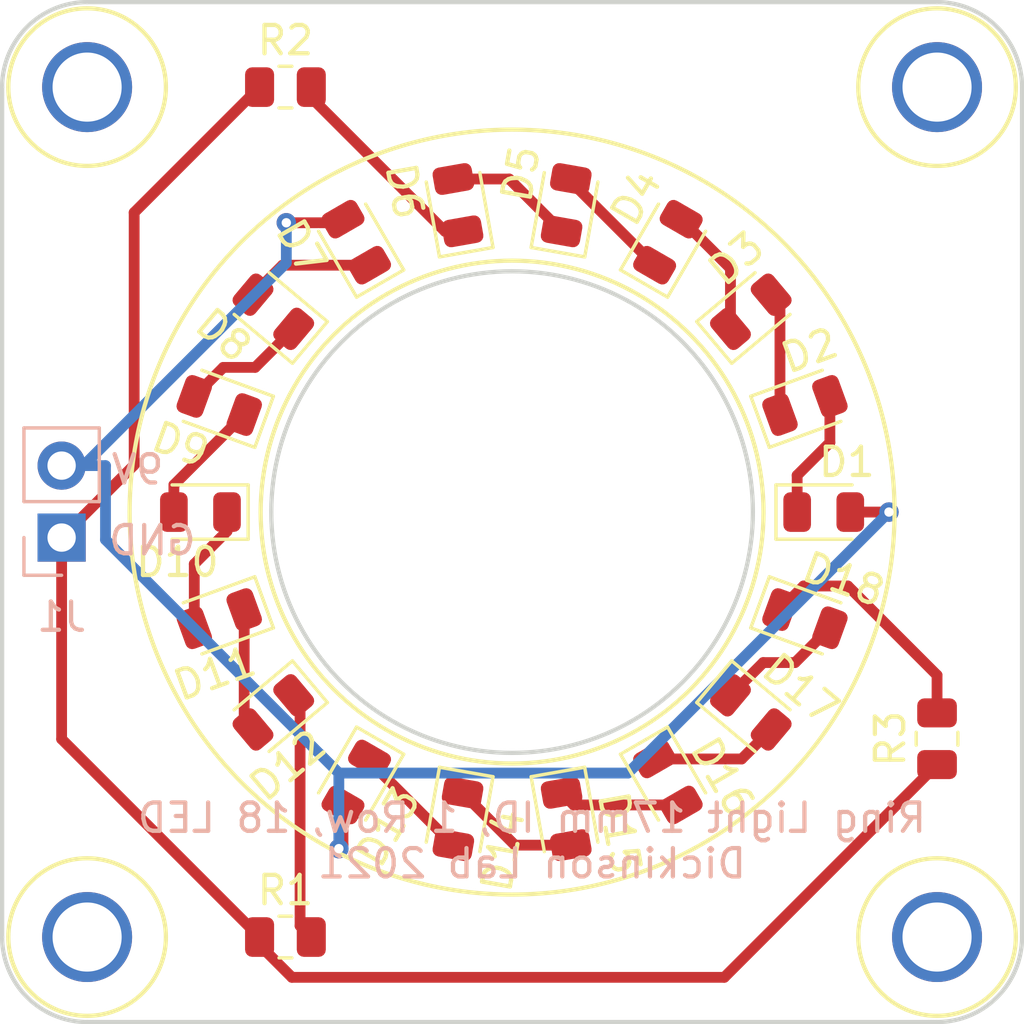
<source format=kicad_pcb>
(kicad_pcb (version 20171130) (host pcbnew 5.1.9-73d0e3b20d~88~ubuntu20.10.1)

  (general
    (thickness 1.6)
    (drawings 18)
    (tracks 71)
    (zones 0)
    (modules 26)
    (nets 21)
  )

  (page A4)
  (layers
    (0 F.Cu signal)
    (31 B.Cu signal)
    (32 B.Adhes user)
    (33 F.Adhes user)
    (34 B.Paste user)
    (35 F.Paste user)
    (36 B.SilkS user)
    (37 F.SilkS user)
    (38 B.Mask user)
    (39 F.Mask user)
    (40 Dwgs.User user)
    (41 Cmts.User user)
    (42 Eco1.User user)
    (43 Eco2.User user)
    (44 Edge.Cuts user)
    (45 Margin user)
    (46 B.CrtYd user)
    (47 F.CrtYd user)
    (48 B.Fab user)
    (49 F.Fab user)
  )

  (setup
    (last_trace_width 0.381)
    (trace_clearance 0.508)
    (zone_clearance 0.508)
    (zone_45_only no)
    (trace_min 0.1524)
    (via_size 0.6858)
    (via_drill 0.3302)
    (via_min_size 0.6858)
    (via_min_drill 0.3302)
    (uvia_size 0.6858)
    (uvia_drill 0.3302)
    (uvias_allowed no)
    (uvia_min_size 0)
    (uvia_min_drill 0)
    (edge_width 0.15)
    (segment_width 0.2)
    (pcb_text_width 0.3)
    (pcb_text_size 1.5 1.5)
    (mod_edge_width 0.15)
    (mod_text_size 1 1)
    (mod_text_width 0.15)
    (pad_size 1.524 1.524)
    (pad_drill 0.762)
    (pad_to_mask_clearance 0.2)
    (solder_mask_min_width 0.25)
    (aux_axis_origin 0 0)
    (visible_elements FFFFFF7F)
    (pcbplotparams
      (layerselection 0x010fc_ffffffff)
      (usegerberextensions false)
      (usegerberattributes false)
      (usegerberadvancedattributes false)
      (creategerberjobfile false)
      (excludeedgelayer true)
      (linewidth 0.100000)
      (plotframeref false)
      (viasonmask false)
      (mode 1)
      (useauxorigin false)
      (hpglpennumber 1)
      (hpglpenspeed 20)
      (hpglpendiameter 15.000000)
      (psnegative false)
      (psa4output false)
      (plotreference true)
      (plotvalue true)
      (plotinvisibletext false)
      (padsonsilk false)
      (subtractmaskfromsilk false)
      (outputformat 1)
      (mirror false)
      (drillshape 0)
      (scaleselection 1)
      (outputdirectory "gerber_v0p1/"))
  )

  (net 0 "")
  (net 1 "Net-(D1-Pad1)")
  (net 2 "Net-(D1-Pad2)")
  (net 3 "Net-(D2-Pad1)")
  (net 4 "Net-(D3-Pad1)")
  (net 5 "Net-(D4-Pad1)")
  (net 6 "Net-(D5-Pad1)")
  (net 7 "Net-(D6-Pad1)")
  (net 8 "Net-(D7-Pad1)")
  (net 9 "Net-(D8-Pad1)")
  (net 10 "Net-(D10-Pad2)")
  (net 11 "Net-(D10-Pad1)")
  (net 12 "Net-(D11-Pad1)")
  (net 13 "Net-(D12-Pad1)")
  (net 14 "Net-(D13-Pad1)")
  (net 15 "Net-(D14-Pad1)")
  (net 16 "Net-(D15-Pad1)")
  (net 17 "Net-(D16-Pad1)")
  (net 18 "Net-(D17-Pad1)")
  (net 19 "Net-(D18-Pad1)")
  (net 20 GND)

  (net_class Default "This is the default net class."
    (clearance 0.508)
    (trace_width 0.381)
    (via_dia 0.6858)
    (via_drill 0.3302)
    (uvia_dia 0.6858)
    (uvia_drill 0.3302)
    (add_net GND)
    (add_net "Net-(D1-Pad1)")
    (add_net "Net-(D1-Pad2)")
    (add_net "Net-(D10-Pad1)")
    (add_net "Net-(D10-Pad2)")
    (add_net "Net-(D11-Pad1)")
    (add_net "Net-(D12-Pad1)")
    (add_net "Net-(D13-Pad1)")
    (add_net "Net-(D14-Pad1)")
    (add_net "Net-(D15-Pad1)")
    (add_net "Net-(D16-Pad1)")
    (add_net "Net-(D17-Pad1)")
    (add_net "Net-(D18-Pad1)")
    (add_net "Net-(D2-Pad1)")
    (add_net "Net-(D3-Pad1)")
    (add_net "Net-(D4-Pad1)")
    (add_net "Net-(D5-Pad1)")
    (add_net "Net-(D6-Pad1)")
    (add_net "Net-(D7-Pad1)")
    (add_net "Net-(D8-Pad1)")
  )

  (module mount_hole_4-40:MOUNT_HOLE_4-40 (layer F.Cu) (tedit 5B1171D5) (tstamp 614184CE)
    (at 35.8 65.8)
    (fp_text reference M4 (at 0 2.54) (layer F.SilkS) hide
      (effects (font (size 1.016 1.016) (thickness 0.2032)))
    )
    (fp_text value MOUNT_HOLE_4-40 (at 0 -2.794) (layer F.Fab) hide
      (effects (font (size 1.016 1.016) (thickness 0.2032)))
    )
    (pad 1 thru_hole circle (at 0 0) (size 3.175 3.175) (drill 2.4384) (layers *.Cu *.Mask))
  )

  (module mount_hole_4-40:MOUNT_HOLE_4-40 (layer F.Cu) (tedit 5B1171D5) (tstamp 614184BD)
    (at 65.8 65.8)
    (fp_text reference M3 (at 0 2.54) (layer F.SilkS) hide
      (effects (font (size 1.016 1.016) (thickness 0.2032)))
    )
    (fp_text value MOUNT_HOLE_4-40 (at 0 -2.794) (layer F.Fab) hide
      (effects (font (size 1.016 1.016) (thickness 0.2032)))
    )
    (pad 1 thru_hole circle (at 0 0) (size 3.175 3.175) (drill 2.4384) (layers *.Cu *.Mask))
  )

  (module mount_hole_4-40:MOUNT_HOLE_4-40 (layer F.Cu) (tedit 5B1171D5) (tstamp 614184AC)
    (at 65.8 35.8)
    (fp_text reference M2 (at 0 2.54) (layer F.SilkS) hide
      (effects (font (size 1.016 1.016) (thickness 0.2032)))
    )
    (fp_text value MOUNT_HOLE_4-40 (at 0 -2.794) (layer F.Fab) hide
      (effects (font (size 1.016 1.016) (thickness 0.2032)))
    )
    (pad 1 thru_hole circle (at 0 0) (size 3.175 3.175) (drill 2.4384) (layers *.Cu *.Mask))
  )

  (module mount_hole_4-40:MOUNT_HOLE_4-40 (layer F.Cu) (tedit 5B1171D5) (tstamp 6141849B)
    (at 35.8 35.8)
    (fp_text reference M1 (at 0 2.54) (layer F.SilkS) hide
      (effects (font (size 1.016 1.016) (thickness 0.2032)))
    )
    (fp_text value MOUNT_HOLE_4-40 (at 0 -2.794) (layer F.Fab) hide
      (effects (font (size 1.016 1.016) (thickness 0.2032)))
    )
    (pad 1 thru_hole circle (at 0 0) (size 3.175 3.175) (drill 2.4384) (layers *.Cu *.Mask))
  )

  (module LED_SMD:LED_0805_2012Metric (layer F.Cu) (tedit 5F68FEF1) (tstamp 61417DA3)
    (at 61.8 50.8)
    (descr "LED SMD 0805 (2012 Metric), square (rectangular) end terminal, IPC_7351 nominal, (Body size source: https://docs.google.com/spreadsheets/d/1BsfQQcO9C6DZCsRaXUlFlo91Tg2WpOkGARC1WS5S8t0/edit?usp=sharing), generated with kicad-footprint-generator")
    (tags LED)
    (path /5B089FC0)
    (attr smd)
    (fp_text reference D1 (at 0.813675 -1.765566) (layer F.SilkS)
      (effects (font (size 1 1) (thickness 0.15)))
    )
    (fp_text value LED (at 0 1.65) (layer F.Fab) hide
      (effects (font (size 1 1) (thickness 0.15)))
    )
    (fp_line (start 1 -0.6) (end -0.7 -0.6) (layer F.Fab) (width 0.1))
    (fp_line (start -0.7 -0.6) (end -1 -0.3) (layer F.Fab) (width 0.1))
    (fp_line (start -1 -0.3) (end -1 0.6) (layer F.Fab) (width 0.1))
    (fp_line (start -1 0.6) (end 1 0.6) (layer F.Fab) (width 0.1))
    (fp_line (start 1 0.6) (end 1 -0.6) (layer F.Fab) (width 0.1))
    (fp_line (start 1 -0.96) (end -1.685 -0.96) (layer F.SilkS) (width 0.12))
    (fp_line (start -1.685 -0.96) (end -1.685 0.96) (layer F.SilkS) (width 0.12))
    (fp_line (start -1.685 0.96) (end 1 0.96) (layer F.SilkS) (width 0.12))
    (fp_line (start -1.68 0.95) (end -1.68 -0.95) (layer F.CrtYd) (width 0.05))
    (fp_line (start -1.68 -0.95) (end 1.68 -0.95) (layer F.CrtYd) (width 0.05))
    (fp_line (start 1.68 -0.95) (end 1.68 0.95) (layer F.CrtYd) (width 0.05))
    (fp_line (start 1.68 0.95) (end -1.68 0.95) (layer F.CrtYd) (width 0.05))
    (fp_text user %R (at 0 0) (layer F.Fab)
      (effects (font (size 0.5 0.5) (thickness 0.08)))
    )
    (pad 1 smd roundrect (at -0.9375 0) (size 0.975 1.4) (layers F.Cu F.Paste F.Mask) (roundrect_rratio 0.25)
      (net 1 "Net-(D1-Pad1)"))
    (pad 2 smd roundrect (at 0.9375 0) (size 0.975 1.4) (layers F.Cu F.Paste F.Mask) (roundrect_rratio 0.25)
      (net 2 "Net-(D1-Pad2)"))
    (model ${KISYS3DMOD}/LED_SMD.3dshapes/LED_0805_2012Metric.wrl
      (at (xyz 0 0 0))
      (scale (xyz 1 1 1))
      (rotate (xyz 0 0 0))
    )
  )

  (module LED_SMD:LED_0805_2012Metric (layer F.Cu) (tedit 5F68FEF1) (tstamp 61417DB6)
    (at 61.1366 47.0378 20)
    (descr "LED SMD 0805 (2012 Metric), square (rectangular) end terminal, IPC_7351 nominal, (Body size source: https://docs.google.com/spreadsheets/d/1BsfQQcO9C6DZCsRaXUlFlo91Tg2WpOkGARC1WS5S8t0/edit?usp=sharing), generated with kicad-footprint-generator")
    (tags LED)
    (path /5B08B467)
    (attr smd)
    (fp_text reference D2 (at 0.813676 -1.765566 20) (layer F.SilkS)
      (effects (font (size 1 1) (thickness 0.15)))
    )
    (fp_text value LED (at 0 1.65 20) (layer F.Fab) hide
      (effects (font (size 1 1) (thickness 0.15)))
    )
    (fp_line (start 1.68 0.95) (end -1.68 0.95) (layer F.CrtYd) (width 0.05))
    (fp_line (start 1.68 -0.95) (end 1.68 0.95) (layer F.CrtYd) (width 0.05))
    (fp_line (start -1.68 -0.95) (end 1.68 -0.95) (layer F.CrtYd) (width 0.05))
    (fp_line (start -1.68 0.95) (end -1.68 -0.95) (layer F.CrtYd) (width 0.05))
    (fp_line (start -1.685 0.96) (end 1 0.96) (layer F.SilkS) (width 0.12))
    (fp_line (start -1.685 -0.96) (end -1.685 0.96) (layer F.SilkS) (width 0.12))
    (fp_line (start 1 -0.96) (end -1.685 -0.96) (layer F.SilkS) (width 0.12))
    (fp_line (start 1 0.6) (end 1 -0.6) (layer F.Fab) (width 0.1))
    (fp_line (start -1 0.6) (end 1 0.6) (layer F.Fab) (width 0.1))
    (fp_line (start -1 -0.3) (end -1 0.6) (layer F.Fab) (width 0.1))
    (fp_line (start -0.7 -0.6) (end -1 -0.3) (layer F.Fab) (width 0.1))
    (fp_line (start 1 -0.6) (end -0.7 -0.6) (layer F.Fab) (width 0.1))
    (fp_text user %R (at 0 0 20) (layer F.Fab)
      (effects (font (size 0.5 0.5) (thickness 0.08)))
    )
    (pad 2 smd roundrect (at 0.9375 0 20) (size 0.975 1.4) (layers F.Cu F.Paste F.Mask) (roundrect_rratio 0.25)
      (net 1 "Net-(D1-Pad1)"))
    (pad 1 smd roundrect (at -0.9375 0 20) (size 0.975 1.4) (layers F.Cu F.Paste F.Mask) (roundrect_rratio 0.25)
      (net 3 "Net-(D2-Pad1)"))
    (model ${KISYS3DMOD}/LED_SMD.3dshapes/LED_0805_2012Metric.wrl
      (at (xyz 0 0 0))
      (scale (xyz 1 1 1))
      (rotate (xyz 0 0 0))
    )
  )

  (module LED_SMD:LED_0805_2012Metric (layer F.Cu) (tedit 5F68FEF1) (tstamp 61417DC9)
    (at 59.2265 43.7293 40)
    (descr "LED SMD 0805 (2012 Metric), square (rectangular) end terminal, IPC_7351 nominal, (Body size source: https://docs.google.com/spreadsheets/d/1BsfQQcO9C6DZCsRaXUlFlo91Tg2WpOkGARC1WS5S8t0/edit?usp=sharing), generated with kicad-footprint-generator")
    (tags LED)
    (path /5B08B4C1)
    (attr smd)
    (fp_text reference D3 (at 0.813676 -1.765566 40) (layer F.SilkS)
      (effects (font (size 1 1) (thickness 0.15)))
    )
    (fp_text value LED (at 0 1.65 40) (layer F.Fab) hide
      (effects (font (size 1 1) (thickness 0.15)))
    )
    (fp_line (start 1 -0.6) (end -0.7 -0.6) (layer F.Fab) (width 0.1))
    (fp_line (start -0.7 -0.6) (end -1 -0.3) (layer F.Fab) (width 0.1))
    (fp_line (start -1 -0.3) (end -1 0.6) (layer F.Fab) (width 0.1))
    (fp_line (start -1 0.6) (end 1 0.6) (layer F.Fab) (width 0.1))
    (fp_line (start 1 0.6) (end 1 -0.6) (layer F.Fab) (width 0.1))
    (fp_line (start 1 -0.96) (end -1.685 -0.96) (layer F.SilkS) (width 0.12))
    (fp_line (start -1.685 -0.96) (end -1.685 0.96) (layer F.SilkS) (width 0.12))
    (fp_line (start -1.685 0.96) (end 1 0.96) (layer F.SilkS) (width 0.12))
    (fp_line (start -1.68 0.95) (end -1.68 -0.95) (layer F.CrtYd) (width 0.05))
    (fp_line (start -1.68 -0.95) (end 1.68 -0.95) (layer F.CrtYd) (width 0.05))
    (fp_line (start 1.68 -0.95) (end 1.68 0.95) (layer F.CrtYd) (width 0.05))
    (fp_line (start 1.68 0.95) (end -1.68 0.95) (layer F.CrtYd) (width 0.05))
    (fp_text user %R (at 0 0 40) (layer F.Fab)
      (effects (font (size 0.5 0.5) (thickness 0.08)))
    )
    (pad 1 smd roundrect (at -0.9375 0 40) (size 0.975 1.4) (layers F.Cu F.Paste F.Mask) (roundrect_rratio 0.25)
      (net 4 "Net-(D3-Pad1)"))
    (pad 2 smd roundrect (at 0.9375 0 40) (size 0.975 1.4) (layers F.Cu F.Paste F.Mask) (roundrect_rratio 0.25)
      (net 3 "Net-(D2-Pad1)"))
    (model ${KISYS3DMOD}/LED_SMD.3dshapes/LED_0805_2012Metric.wrl
      (at (xyz 0 0 0))
      (scale (xyz 1 1 1))
      (rotate (xyz 0 0 0))
    )
  )

  (module LED_SMD:LED_0805_2012Metric (layer F.Cu) (tedit 5F68FEF1) (tstamp 61417DDC)
    (at 56.3 41.2737 60)
    (descr "LED SMD 0805 (2012 Metric), square (rectangular) end terminal, IPC_7351 nominal, (Body size source: https://docs.google.com/spreadsheets/d/1BsfQQcO9C6DZCsRaXUlFlo91Tg2WpOkGARC1WS5S8t0/edit?usp=sharing), generated with kicad-footprint-generator")
    (tags LED)
    (path /5B08B4C7)
    (attr smd)
    (fp_text reference D4 (at 0.813676 -1.765566 60) (layer F.SilkS)
      (effects (font (size 1 1) (thickness 0.15)))
    )
    (fp_text value LED (at 0 1.65 60) (layer F.Fab) hide
      (effects (font (size 1 1) (thickness 0.15)))
    )
    (fp_line (start 1.68 0.95) (end -1.68 0.95) (layer F.CrtYd) (width 0.05))
    (fp_line (start 1.68 -0.95) (end 1.68 0.95) (layer F.CrtYd) (width 0.05))
    (fp_line (start -1.68 -0.95) (end 1.68 -0.95) (layer F.CrtYd) (width 0.05))
    (fp_line (start -1.68 0.95) (end -1.68 -0.95) (layer F.CrtYd) (width 0.05))
    (fp_line (start -1.685 0.96) (end 1 0.96) (layer F.SilkS) (width 0.12))
    (fp_line (start -1.685 -0.96) (end -1.685 0.96) (layer F.SilkS) (width 0.12))
    (fp_line (start 1 -0.96) (end -1.685 -0.96) (layer F.SilkS) (width 0.12))
    (fp_line (start 1 0.6) (end 1 -0.6) (layer F.Fab) (width 0.1))
    (fp_line (start -1 0.6) (end 1 0.6) (layer F.Fab) (width 0.1))
    (fp_line (start -1 -0.3) (end -1 0.6) (layer F.Fab) (width 0.1))
    (fp_line (start -0.7 -0.6) (end -1 -0.3) (layer F.Fab) (width 0.1))
    (fp_line (start 1 -0.6) (end -0.7 -0.6) (layer F.Fab) (width 0.1))
    (fp_text user %R (at 0 0 60) (layer F.Fab)
      (effects (font (size 0.5 0.5) (thickness 0.08)))
    )
    (pad 2 smd roundrect (at 0.9375 0 60) (size 0.975 1.4) (layers F.Cu F.Paste F.Mask) (roundrect_rratio 0.25)
      (net 4 "Net-(D3-Pad1)"))
    (pad 1 smd roundrect (at -0.9375 0 60) (size 0.975 1.4) (layers F.Cu F.Paste F.Mask) (roundrect_rratio 0.25)
      (net 5 "Net-(D4-Pad1)"))
    (model ${KISYS3DMOD}/LED_SMD.3dshapes/LED_0805_2012Metric.wrl
      (at (xyz 0 0 0))
      (scale (xyz 1 1 1))
      (rotate (xyz 0 0 0))
    )
  )

  (module LED_SMD:LED_0805_2012Metric (layer F.Cu) (tedit 5F68FEF1) (tstamp 61417DEF)
    (at 52.7101 39.9671 80)
    (descr "LED SMD 0805 (2012 Metric), square (rectangular) end terminal, IPC_7351 nominal, (Body size source: https://docs.google.com/spreadsheets/d/1BsfQQcO9C6DZCsRaXUlFlo91Tg2WpOkGARC1WS5S8t0/edit?usp=sharing), generated with kicad-footprint-generator")
    (tags LED)
    (path /5B08B749)
    (attr smd)
    (fp_text reference D5 (at 0.813675 -1.765565 80) (layer F.SilkS)
      (effects (font (size 1 1) (thickness 0.15)))
    )
    (fp_text value LED (at 0 1.65 80) (layer F.Fab) hide
      (effects (font (size 1 1) (thickness 0.15)))
    )
    (fp_line (start 1 -0.6) (end -0.7 -0.6) (layer F.Fab) (width 0.1))
    (fp_line (start -0.7 -0.6) (end -1 -0.3) (layer F.Fab) (width 0.1))
    (fp_line (start -1 -0.3) (end -1 0.6) (layer F.Fab) (width 0.1))
    (fp_line (start -1 0.6) (end 1 0.6) (layer F.Fab) (width 0.1))
    (fp_line (start 1 0.6) (end 1 -0.6) (layer F.Fab) (width 0.1))
    (fp_line (start 1 -0.96) (end -1.685 -0.96) (layer F.SilkS) (width 0.12))
    (fp_line (start -1.685 -0.96) (end -1.685 0.96) (layer F.SilkS) (width 0.12))
    (fp_line (start -1.685 0.96) (end 1 0.96) (layer F.SilkS) (width 0.12))
    (fp_line (start -1.68 0.95) (end -1.68 -0.95) (layer F.CrtYd) (width 0.05))
    (fp_line (start -1.68 -0.95) (end 1.68 -0.95) (layer F.CrtYd) (width 0.05))
    (fp_line (start 1.68 -0.95) (end 1.68 0.95) (layer F.CrtYd) (width 0.05))
    (fp_line (start 1.68 0.95) (end -1.68 0.95) (layer F.CrtYd) (width 0.05))
    (fp_text user %R (at 0 0 80) (layer F.Fab)
      (effects (font (size 0.5 0.5) (thickness 0.08)))
    )
    (pad 1 smd roundrect (at -0.9375 0 80) (size 0.975 1.4) (layers F.Cu F.Paste F.Mask) (roundrect_rratio 0.25)
      (net 6 "Net-(D5-Pad1)"))
    (pad 2 smd roundrect (at 0.9375 0 80) (size 0.975 1.4) (layers F.Cu F.Paste F.Mask) (roundrect_rratio 0.25)
      (net 5 "Net-(D4-Pad1)"))
    (model ${KISYS3DMOD}/LED_SMD.3dshapes/LED_0805_2012Metric.wrl
      (at (xyz 0 0 0))
      (scale (xyz 1 1 1))
      (rotate (xyz 0 0 0))
    )
  )

  (module LED_SMD:LED_0805_2012Metric (layer F.Cu) (tedit 5F68FEF1) (tstamp 61417E02)
    (at 48.8899 39.9671 100)
    (descr "LED SMD 0805 (2012 Metric), square (rectangular) end terminal, IPC_7351 nominal, (Body size source: https://docs.google.com/spreadsheets/d/1BsfQQcO9C6DZCsRaXUlFlo91Tg2WpOkGARC1WS5S8t0/edit?usp=sharing), generated with kicad-footprint-generator")
    (tags LED)
    (path /5B08B74F)
    (attr smd)
    (fp_text reference D6 (at 0.813676 -1.765567 100) (layer F.SilkS)
      (effects (font (size 1 1) (thickness 0.15)))
    )
    (fp_text value LED (at 0 1.65 100) (layer F.Fab) hide
      (effects (font (size 1 1) (thickness 0.15)))
    )
    (fp_line (start 1.68 0.95) (end -1.68 0.95) (layer F.CrtYd) (width 0.05))
    (fp_line (start 1.68 -0.95) (end 1.68 0.95) (layer F.CrtYd) (width 0.05))
    (fp_line (start -1.68 -0.95) (end 1.68 -0.95) (layer F.CrtYd) (width 0.05))
    (fp_line (start -1.68 0.95) (end -1.68 -0.95) (layer F.CrtYd) (width 0.05))
    (fp_line (start -1.685 0.96) (end 1 0.96) (layer F.SilkS) (width 0.12))
    (fp_line (start -1.685 -0.96) (end -1.685 0.96) (layer F.SilkS) (width 0.12))
    (fp_line (start 1 -0.96) (end -1.685 -0.96) (layer F.SilkS) (width 0.12))
    (fp_line (start 1 0.6) (end 1 -0.6) (layer F.Fab) (width 0.1))
    (fp_line (start -1 0.6) (end 1 0.6) (layer F.Fab) (width 0.1))
    (fp_line (start -1 -0.3) (end -1 0.6) (layer F.Fab) (width 0.1))
    (fp_line (start -0.7 -0.6) (end -1 -0.3) (layer F.Fab) (width 0.1))
    (fp_line (start 1 -0.6) (end -0.7 -0.6) (layer F.Fab) (width 0.1))
    (fp_text user %R (at 0 0 100) (layer F.Fab)
      (effects (font (size 0.5 0.5) (thickness 0.08)))
    )
    (pad 2 smd roundrect (at 0.9375 0 100) (size 0.975 1.4) (layers F.Cu F.Paste F.Mask) (roundrect_rratio 0.25)
      (net 6 "Net-(D5-Pad1)"))
    (pad 1 smd roundrect (at -0.9375 0 100) (size 0.975 1.4) (layers F.Cu F.Paste F.Mask) (roundrect_rratio 0.25)
      (net 7 "Net-(D6-Pad1)"))
    (model ${KISYS3DMOD}/LED_SMD.3dshapes/LED_0805_2012Metric.wrl
      (at (xyz 0 0 0))
      (scale (xyz 1 1 1))
      (rotate (xyz 0 0 0))
    )
  )

  (module LED_SMD:LED_0805_2012Metric (layer F.Cu) (tedit 5F68FEF1) (tstamp 61417E15)
    (at 45.3 41.2737 120)
    (descr "LED SMD 0805 (2012 Metric), square (rectangular) end terminal, IPC_7351 nominal, (Body size source: https://docs.google.com/spreadsheets/d/1BsfQQcO9C6DZCsRaXUlFlo91Tg2WpOkGARC1WS5S8t0/edit?usp=sharing), generated with kicad-footprint-generator")
    (tags LED)
    (path /5B08B755)
    (attr smd)
    (fp_text reference D7 (at 0.813676 -1.765566 120) (layer F.SilkS)
      (effects (font (size 1 1) (thickness 0.15)))
    )
    (fp_text value LED (at 0 1.65 120) (layer F.Fab) hide
      (effects (font (size 1 1) (thickness 0.15)))
    )
    (fp_line (start 1 -0.6) (end -0.7 -0.6) (layer F.Fab) (width 0.1))
    (fp_line (start -0.7 -0.6) (end -1 -0.3) (layer F.Fab) (width 0.1))
    (fp_line (start -1 -0.3) (end -1 0.6) (layer F.Fab) (width 0.1))
    (fp_line (start -1 0.6) (end 1 0.6) (layer F.Fab) (width 0.1))
    (fp_line (start 1 0.6) (end 1 -0.6) (layer F.Fab) (width 0.1))
    (fp_line (start 1 -0.96) (end -1.685 -0.96) (layer F.SilkS) (width 0.12))
    (fp_line (start -1.685 -0.96) (end -1.685 0.96) (layer F.SilkS) (width 0.12))
    (fp_line (start -1.685 0.96) (end 1 0.96) (layer F.SilkS) (width 0.12))
    (fp_line (start -1.68 0.95) (end -1.68 -0.95) (layer F.CrtYd) (width 0.05))
    (fp_line (start -1.68 -0.95) (end 1.68 -0.95) (layer F.CrtYd) (width 0.05))
    (fp_line (start 1.68 -0.95) (end 1.68 0.95) (layer F.CrtYd) (width 0.05))
    (fp_line (start 1.68 0.95) (end -1.68 0.95) (layer F.CrtYd) (width 0.05))
    (fp_text user %R (at 0 0 120) (layer F.Fab)
      (effects (font (size 0.5 0.5) (thickness 0.08)))
    )
    (pad 1 smd roundrect (at -0.9375 0 120) (size 0.975 1.4) (layers F.Cu F.Paste F.Mask) (roundrect_rratio 0.25)
      (net 8 "Net-(D7-Pad1)"))
    (pad 2 smd roundrect (at 0.9375 0 120) (size 0.975 1.4) (layers F.Cu F.Paste F.Mask) (roundrect_rratio 0.25)
      (net 2 "Net-(D1-Pad2)"))
    (model ${KISYS3DMOD}/LED_SMD.3dshapes/LED_0805_2012Metric.wrl
      (at (xyz 0 0 0))
      (scale (xyz 1 1 1))
      (rotate (xyz 0 0 0))
    )
  )

  (module LED_SMD:LED_0805_2012Metric (layer F.Cu) (tedit 5F68FEF1) (tstamp 61417E28)
    (at 42.3735 43.7293 140)
    (descr "LED SMD 0805 (2012 Metric), square (rectangular) end terminal, IPC_7351 nominal, (Body size source: https://docs.google.com/spreadsheets/d/1BsfQQcO9C6DZCsRaXUlFlo91Tg2WpOkGARC1WS5S8t0/edit?usp=sharing), generated with kicad-footprint-generator")
    (tags LED)
    (path /5B08B75B)
    (attr smd)
    (fp_text reference D8 (at 0.813676 -1.765566 140) (layer F.SilkS)
      (effects (font (size 1 1) (thickness 0.15)))
    )
    (fp_text value LED (at 0 1.65 140) (layer F.Fab) hide
      (effects (font (size 1 1) (thickness 0.15)))
    )
    (fp_line (start 1.68 0.95) (end -1.68 0.95) (layer F.CrtYd) (width 0.05))
    (fp_line (start 1.68 -0.95) (end 1.68 0.95) (layer F.CrtYd) (width 0.05))
    (fp_line (start -1.68 -0.95) (end 1.68 -0.95) (layer F.CrtYd) (width 0.05))
    (fp_line (start -1.68 0.95) (end -1.68 -0.95) (layer F.CrtYd) (width 0.05))
    (fp_line (start -1.685 0.96) (end 1 0.96) (layer F.SilkS) (width 0.12))
    (fp_line (start -1.685 -0.96) (end -1.685 0.96) (layer F.SilkS) (width 0.12))
    (fp_line (start 1 -0.96) (end -1.685 -0.96) (layer F.SilkS) (width 0.12))
    (fp_line (start 1 0.6) (end 1 -0.6) (layer F.Fab) (width 0.1))
    (fp_line (start -1 0.6) (end 1 0.6) (layer F.Fab) (width 0.1))
    (fp_line (start -1 -0.3) (end -1 0.6) (layer F.Fab) (width 0.1))
    (fp_line (start -0.7 -0.6) (end -1 -0.3) (layer F.Fab) (width 0.1))
    (fp_line (start 1 -0.6) (end -0.7 -0.6) (layer F.Fab) (width 0.1))
    (fp_text user %R (at 0 0 140) (layer F.Fab)
      (effects (font (size 0.5 0.5) (thickness 0.08)))
    )
    (pad 2 smd roundrect (at 0.9375 0 140) (size 0.975 1.4) (layers F.Cu F.Paste F.Mask) (roundrect_rratio 0.25)
      (net 8 "Net-(D7-Pad1)"))
    (pad 1 smd roundrect (at -0.9375 0 140) (size 0.975 1.4) (layers F.Cu F.Paste F.Mask) (roundrect_rratio 0.25)
      (net 9 "Net-(D8-Pad1)"))
    (model ${KISYS3DMOD}/LED_SMD.3dshapes/LED_0805_2012Metric.wrl
      (at (xyz 0 0 0))
      (scale (xyz 1 1 1))
      (rotate (xyz 0 0 0))
    )
  )

  (module LED_SMD:LED_0805_2012Metric (layer F.Cu) (tedit 5F68FEF1) (tstamp 61417E3B)
    (at 40.4634 47.0378 160)
    (descr "LED SMD 0805 (2012 Metric), square (rectangular) end terminal, IPC_7351 nominal, (Body size source: https://docs.google.com/spreadsheets/d/1BsfQQcO9C6DZCsRaXUlFlo91Tg2WpOkGARC1WS5S8t0/edit?usp=sharing), generated with kicad-footprint-generator")
    (tags LED)
    (path /5B08B9F6)
    (attr smd)
    (fp_text reference D9 (at 0.813677 -1.765565 160) (layer F.SilkS)
      (effects (font (size 1 1) (thickness 0.15)))
    )
    (fp_text value LED (at 0 1.65 160) (layer F.Fab) hide
      (effects (font (size 1 1) (thickness 0.15)))
    )
    (fp_line (start 1 -0.6) (end -0.7 -0.6) (layer F.Fab) (width 0.1))
    (fp_line (start -0.7 -0.6) (end -1 -0.3) (layer F.Fab) (width 0.1))
    (fp_line (start -1 -0.3) (end -1 0.6) (layer F.Fab) (width 0.1))
    (fp_line (start -1 0.6) (end 1 0.6) (layer F.Fab) (width 0.1))
    (fp_line (start 1 0.6) (end 1 -0.6) (layer F.Fab) (width 0.1))
    (fp_line (start 1 -0.96) (end -1.685 -0.96) (layer F.SilkS) (width 0.12))
    (fp_line (start -1.685 -0.96) (end -1.685 0.96) (layer F.SilkS) (width 0.12))
    (fp_line (start -1.685 0.96) (end 1 0.96) (layer F.SilkS) (width 0.12))
    (fp_line (start -1.68 0.95) (end -1.68 -0.95) (layer F.CrtYd) (width 0.05))
    (fp_line (start -1.68 -0.95) (end 1.68 -0.95) (layer F.CrtYd) (width 0.05))
    (fp_line (start 1.68 -0.95) (end 1.68 0.95) (layer F.CrtYd) (width 0.05))
    (fp_line (start 1.68 0.95) (end -1.68 0.95) (layer F.CrtYd) (width 0.05))
    (fp_text user %R (at 0 0 160) (layer F.Fab)
      (effects (font (size 0.5 0.5) (thickness 0.08)))
    )
    (pad 1 smd roundrect (at -0.9375 0 160) (size 0.975 1.4) (layers F.Cu F.Paste F.Mask) (roundrect_rratio 0.25)
      (net 10 "Net-(D10-Pad2)"))
    (pad 2 smd roundrect (at 0.9375 0 160) (size 0.975 1.4) (layers F.Cu F.Paste F.Mask) (roundrect_rratio 0.25)
      (net 9 "Net-(D8-Pad1)"))
    (model ${KISYS3DMOD}/LED_SMD.3dshapes/LED_0805_2012Metric.wrl
      (at (xyz 0 0 0))
      (scale (xyz 1 1 1))
      (rotate (xyz 0 0 0))
    )
  )

  (module LED_SMD:LED_0805_2012Metric (layer F.Cu) (tedit 5F68FEF1) (tstamp 61417E4E)
    (at 39.8 50.8 180)
    (descr "LED SMD 0805 (2012 Metric), square (rectangular) end terminal, IPC_7351 nominal, (Body size source: https://docs.google.com/spreadsheets/d/1BsfQQcO9C6DZCsRaXUlFlo91Tg2WpOkGARC1WS5S8t0/edit?usp=sharing), generated with kicad-footprint-generator")
    (tags LED)
    (path /5B08B9FC)
    (attr smd)
    (fp_text reference D10 (at 0.813676 -1.765565 180) (layer F.SilkS)
      (effects (font (size 1 1) (thickness 0.15)))
    )
    (fp_text value LED (at 0 1.65 180) (layer F.Fab) hide
      (effects (font (size 1 1) (thickness 0.15)))
    )
    (fp_line (start 1.68 0.95) (end -1.68 0.95) (layer F.CrtYd) (width 0.05))
    (fp_line (start 1.68 -0.95) (end 1.68 0.95) (layer F.CrtYd) (width 0.05))
    (fp_line (start -1.68 -0.95) (end 1.68 -0.95) (layer F.CrtYd) (width 0.05))
    (fp_line (start -1.68 0.95) (end -1.68 -0.95) (layer F.CrtYd) (width 0.05))
    (fp_line (start -1.685 0.96) (end 1 0.96) (layer F.SilkS) (width 0.12))
    (fp_line (start -1.685 -0.96) (end -1.685 0.96) (layer F.SilkS) (width 0.12))
    (fp_line (start 1 -0.96) (end -1.685 -0.96) (layer F.SilkS) (width 0.12))
    (fp_line (start 1 0.6) (end 1 -0.6) (layer F.Fab) (width 0.1))
    (fp_line (start -1 0.6) (end 1 0.6) (layer F.Fab) (width 0.1))
    (fp_line (start -1 -0.3) (end -1 0.6) (layer F.Fab) (width 0.1))
    (fp_line (start -0.7 -0.6) (end -1 -0.3) (layer F.Fab) (width 0.1))
    (fp_line (start 1 -0.6) (end -0.7 -0.6) (layer F.Fab) (width 0.1))
    (fp_text user %R (at 0 0 180) (layer F.Fab)
      (effects (font (size 0.5 0.5) (thickness 0.08)))
    )
    (pad 2 smd roundrect (at 0.9375 0 180) (size 0.975 1.4) (layers F.Cu F.Paste F.Mask) (roundrect_rratio 0.25)
      (net 10 "Net-(D10-Pad2)"))
    (pad 1 smd roundrect (at -0.9375 0 180) (size 0.975 1.4) (layers F.Cu F.Paste F.Mask) (roundrect_rratio 0.25)
      (net 11 "Net-(D10-Pad1)"))
    (model ${KISYS3DMOD}/LED_SMD.3dshapes/LED_0805_2012Metric.wrl
      (at (xyz 0 0 0))
      (scale (xyz 1 1 1))
      (rotate (xyz 0 0 0))
    )
  )

  (module LED_SMD:LED_0805_2012Metric (layer F.Cu) (tedit 5F68FEF1) (tstamp 61417E61)
    (at 40.4634 54.5622 200)
    (descr "LED SMD 0805 (2012 Metric), square (rectangular) end terminal, IPC_7351 nominal, (Body size source: https://docs.google.com/spreadsheets/d/1BsfQQcO9C6DZCsRaXUlFlo91Tg2WpOkGARC1WS5S8t0/edit?usp=sharing), generated with kicad-footprint-generator")
    (tags LED)
    (path /5B08BA02)
    (attr smd)
    (fp_text reference D11 (at 0.813676 -1.765566 200) (layer F.SilkS)
      (effects (font (size 1 1) (thickness 0.15)))
    )
    (fp_text value LED (at 0 1.65 200) (layer F.Fab) hide
      (effects (font (size 1 1) (thickness 0.15)))
    )
    (fp_line (start 1 -0.6) (end -0.7 -0.6) (layer F.Fab) (width 0.1))
    (fp_line (start -0.7 -0.6) (end -1 -0.3) (layer F.Fab) (width 0.1))
    (fp_line (start -1 -0.3) (end -1 0.6) (layer F.Fab) (width 0.1))
    (fp_line (start -1 0.6) (end 1 0.6) (layer F.Fab) (width 0.1))
    (fp_line (start 1 0.6) (end 1 -0.6) (layer F.Fab) (width 0.1))
    (fp_line (start 1 -0.96) (end -1.685 -0.96) (layer F.SilkS) (width 0.12))
    (fp_line (start -1.685 -0.96) (end -1.685 0.96) (layer F.SilkS) (width 0.12))
    (fp_line (start -1.685 0.96) (end 1 0.96) (layer F.SilkS) (width 0.12))
    (fp_line (start -1.68 0.95) (end -1.68 -0.95) (layer F.CrtYd) (width 0.05))
    (fp_line (start -1.68 -0.95) (end 1.68 -0.95) (layer F.CrtYd) (width 0.05))
    (fp_line (start 1.68 -0.95) (end 1.68 0.95) (layer F.CrtYd) (width 0.05))
    (fp_line (start 1.68 0.95) (end -1.68 0.95) (layer F.CrtYd) (width 0.05))
    (fp_text user %R (at 0 0 200) (layer F.Fab)
      (effects (font (size 0.5 0.5) (thickness 0.08)))
    )
    (pad 1 smd roundrect (at -0.9375 0 200) (size 0.975 1.4) (layers F.Cu F.Paste F.Mask) (roundrect_rratio 0.25)
      (net 12 "Net-(D11-Pad1)"))
    (pad 2 smd roundrect (at 0.9375 0 200) (size 0.975 1.4) (layers F.Cu F.Paste F.Mask) (roundrect_rratio 0.25)
      (net 11 "Net-(D10-Pad1)"))
    (model ${KISYS3DMOD}/LED_SMD.3dshapes/LED_0805_2012Metric.wrl
      (at (xyz 0 0 0))
      (scale (xyz 1 1 1))
      (rotate (xyz 0 0 0))
    )
  )

  (module LED_SMD:LED_0805_2012Metric (layer F.Cu) (tedit 5F68FEF1) (tstamp 61417E74)
    (at 42.3735 57.8707 220)
    (descr "LED SMD 0805 (2012 Metric), square (rectangular) end terminal, IPC_7351 nominal, (Body size source: https://docs.google.com/spreadsheets/d/1BsfQQcO9C6DZCsRaXUlFlo91Tg2WpOkGARC1WS5S8t0/edit?usp=sharing), generated with kicad-footprint-generator")
    (tags LED)
    (path /5B08BA08)
    (attr smd)
    (fp_text reference D12 (at 0.813676 -1.765566 220) (layer F.SilkS)
      (effects (font (size 1 1) (thickness 0.15)))
    )
    (fp_text value LED (at 0 1.65 220) (layer F.Fab) hide
      (effects (font (size 1 1) (thickness 0.15)))
    )
    (fp_line (start 1.68 0.95) (end -1.68 0.95) (layer F.CrtYd) (width 0.05))
    (fp_line (start 1.68 -0.95) (end 1.68 0.95) (layer F.CrtYd) (width 0.05))
    (fp_line (start -1.68 -0.95) (end 1.68 -0.95) (layer F.CrtYd) (width 0.05))
    (fp_line (start -1.68 0.95) (end -1.68 -0.95) (layer F.CrtYd) (width 0.05))
    (fp_line (start -1.685 0.96) (end 1 0.96) (layer F.SilkS) (width 0.12))
    (fp_line (start -1.685 -0.96) (end -1.685 0.96) (layer F.SilkS) (width 0.12))
    (fp_line (start 1 -0.96) (end -1.685 -0.96) (layer F.SilkS) (width 0.12))
    (fp_line (start 1 0.6) (end 1 -0.6) (layer F.Fab) (width 0.1))
    (fp_line (start -1 0.6) (end 1 0.6) (layer F.Fab) (width 0.1))
    (fp_line (start -1 -0.3) (end -1 0.6) (layer F.Fab) (width 0.1))
    (fp_line (start -0.7 -0.6) (end -1 -0.3) (layer F.Fab) (width 0.1))
    (fp_line (start 1 -0.6) (end -0.7 -0.6) (layer F.Fab) (width 0.1))
    (fp_text user %R (at 0 0 220) (layer F.Fab)
      (effects (font (size 0.5 0.5) (thickness 0.08)))
    )
    (pad 2 smd roundrect (at 0.9375 0 220) (size 0.975 1.4) (layers F.Cu F.Paste F.Mask) (roundrect_rratio 0.25)
      (net 12 "Net-(D11-Pad1)"))
    (pad 1 smd roundrect (at -0.9375 0 220) (size 0.975 1.4) (layers F.Cu F.Paste F.Mask) (roundrect_rratio 0.25)
      (net 13 "Net-(D12-Pad1)"))
    (model ${KISYS3DMOD}/LED_SMD.3dshapes/LED_0805_2012Metric.wrl
      (at (xyz 0 0 0))
      (scale (xyz 1 1 1))
      (rotate (xyz 0 0 0))
    )
  )

  (module LED_SMD:LED_0805_2012Metric (layer F.Cu) (tedit 5F68FEF1) (tstamp 61417E87)
    (at 45.3 60.3263 240)
    (descr "LED SMD 0805 (2012 Metric), square (rectangular) end terminal, IPC_7351 nominal, (Body size source: https://docs.google.com/spreadsheets/d/1BsfQQcO9C6DZCsRaXUlFlo91Tg2WpOkGARC1WS5S8t0/edit?usp=sharing), generated with kicad-footprint-generator")
    (tags LED)
    (path /6141392D)
    (attr smd)
    (fp_text reference D13 (at 0.813676 -1.765566 240) (layer F.SilkS)
      (effects (font (size 1 1) (thickness 0.15)))
    )
    (fp_text value LED (at 0 1.65 240) (layer F.Fab) hide
      (effects (font (size 1 1) (thickness 0.15)))
    )
    (fp_line (start 1 -0.6) (end -0.7 -0.6) (layer F.Fab) (width 0.1))
    (fp_line (start -0.7 -0.6) (end -1 -0.3) (layer F.Fab) (width 0.1))
    (fp_line (start -1 -0.3) (end -1 0.6) (layer F.Fab) (width 0.1))
    (fp_line (start -1 0.6) (end 1 0.6) (layer F.Fab) (width 0.1))
    (fp_line (start 1 0.6) (end 1 -0.6) (layer F.Fab) (width 0.1))
    (fp_line (start 1 -0.96) (end -1.685 -0.96) (layer F.SilkS) (width 0.12))
    (fp_line (start -1.685 -0.96) (end -1.685 0.96) (layer F.SilkS) (width 0.12))
    (fp_line (start -1.685 0.96) (end 1 0.96) (layer F.SilkS) (width 0.12))
    (fp_line (start -1.68 0.95) (end -1.68 -0.95) (layer F.CrtYd) (width 0.05))
    (fp_line (start -1.68 -0.95) (end 1.68 -0.95) (layer F.CrtYd) (width 0.05))
    (fp_line (start 1.68 -0.95) (end 1.68 0.95) (layer F.CrtYd) (width 0.05))
    (fp_line (start 1.68 0.95) (end -1.68 0.95) (layer F.CrtYd) (width 0.05))
    (fp_text user %R (at 0 0 240) (layer F.Fab)
      (effects (font (size 0.5 0.5) (thickness 0.08)))
    )
    (pad 1 smd roundrect (at -0.9375 0 240) (size 0.975 1.4) (layers F.Cu F.Paste F.Mask) (roundrect_rratio 0.25)
      (net 14 "Net-(D13-Pad1)"))
    (pad 2 smd roundrect (at 0.9375 0 240) (size 0.975 1.4) (layers F.Cu F.Paste F.Mask) (roundrect_rratio 0.25)
      (net 2 "Net-(D1-Pad2)"))
    (model ${KISYS3DMOD}/LED_SMD.3dshapes/LED_0805_2012Metric.wrl
      (at (xyz 0 0 0))
      (scale (xyz 1 1 1))
      (rotate (xyz 0 0 0))
    )
  )

  (module LED_SMD:LED_0805_2012Metric (layer F.Cu) (tedit 5F68FEF1) (tstamp 61417E9A)
    (at 48.8899 61.6329 260)
    (descr "LED SMD 0805 (2012 Metric), square (rectangular) end terminal, IPC_7351 nominal, (Body size source: https://docs.google.com/spreadsheets/d/1BsfQQcO9C6DZCsRaXUlFlo91Tg2WpOkGARC1WS5S8t0/edit?usp=sharing), generated with kicad-footprint-generator")
    (tags LED)
    (path /61413ACF)
    (attr smd)
    (fp_text reference D14 (at 0.813675 -1.765565 260) (layer F.SilkS)
      (effects (font (size 1 1) (thickness 0.15)))
    )
    (fp_text value LED (at 0 1.65 260) (layer F.Fab) hide
      (effects (font (size 1 1) (thickness 0.15)))
    )
    (fp_line (start 1.68 0.95) (end -1.68 0.95) (layer F.CrtYd) (width 0.05))
    (fp_line (start 1.68 -0.95) (end 1.68 0.95) (layer F.CrtYd) (width 0.05))
    (fp_line (start -1.68 -0.95) (end 1.68 -0.95) (layer F.CrtYd) (width 0.05))
    (fp_line (start -1.68 0.95) (end -1.68 -0.95) (layer F.CrtYd) (width 0.05))
    (fp_line (start -1.685 0.96) (end 1 0.96) (layer F.SilkS) (width 0.12))
    (fp_line (start -1.685 -0.96) (end -1.685 0.96) (layer F.SilkS) (width 0.12))
    (fp_line (start 1 -0.96) (end -1.685 -0.96) (layer F.SilkS) (width 0.12))
    (fp_line (start 1 0.6) (end 1 -0.6) (layer F.Fab) (width 0.1))
    (fp_line (start -1 0.6) (end 1 0.6) (layer F.Fab) (width 0.1))
    (fp_line (start -1 -0.3) (end -1 0.6) (layer F.Fab) (width 0.1))
    (fp_line (start -0.7 -0.6) (end -1 -0.3) (layer F.Fab) (width 0.1))
    (fp_line (start 1 -0.6) (end -0.7 -0.6) (layer F.Fab) (width 0.1))
    (fp_text user %R (at 0 0 260) (layer F.Fab)
      (effects (font (size 0.5 0.5) (thickness 0.08)))
    )
    (pad 2 smd roundrect (at 0.9375 0 260) (size 0.975 1.4) (layers F.Cu F.Paste F.Mask) (roundrect_rratio 0.25)
      (net 14 "Net-(D13-Pad1)"))
    (pad 1 smd roundrect (at -0.9375 0 260) (size 0.975 1.4) (layers F.Cu F.Paste F.Mask) (roundrect_rratio 0.25)
      (net 15 "Net-(D14-Pad1)"))
    (model ${KISYS3DMOD}/LED_SMD.3dshapes/LED_0805_2012Metric.wrl
      (at (xyz 0 0 0))
      (scale (xyz 1 1 1))
      (rotate (xyz 0 0 0))
    )
  )

  (module LED_SMD:LED_0805_2012Metric (layer F.Cu) (tedit 5F68FEF1) (tstamp 61417EAD)
    (at 52.7101 61.6329 280)
    (descr "LED SMD 0805 (2012 Metric), square (rectangular) end terminal, IPC_7351 nominal, (Body size source: https://docs.google.com/spreadsheets/d/1BsfQQcO9C6DZCsRaXUlFlo91Tg2WpOkGARC1WS5S8t0/edit?usp=sharing), generated with kicad-footprint-generator")
    (tags LED)
    (path /61413AD9)
    (attr smd)
    (fp_text reference D15 (at 0.813676 -1.765567 280) (layer F.SilkS)
      (effects (font (size 1 1) (thickness 0.15)))
    )
    (fp_text value LED (at 0 1.65 280) (layer F.Fab) hide
      (effects (font (size 1 1) (thickness 0.15)))
    )
    (fp_line (start 1 -0.6) (end -0.7 -0.6) (layer F.Fab) (width 0.1))
    (fp_line (start -0.7 -0.6) (end -1 -0.3) (layer F.Fab) (width 0.1))
    (fp_line (start -1 -0.3) (end -1 0.6) (layer F.Fab) (width 0.1))
    (fp_line (start -1 0.6) (end 1 0.6) (layer F.Fab) (width 0.1))
    (fp_line (start 1 0.6) (end 1 -0.6) (layer F.Fab) (width 0.1))
    (fp_line (start 1 -0.96) (end -1.685 -0.96) (layer F.SilkS) (width 0.12))
    (fp_line (start -1.685 -0.96) (end -1.685 0.96) (layer F.SilkS) (width 0.12))
    (fp_line (start -1.685 0.96) (end 1 0.96) (layer F.SilkS) (width 0.12))
    (fp_line (start -1.68 0.95) (end -1.68 -0.95) (layer F.CrtYd) (width 0.05))
    (fp_line (start -1.68 -0.95) (end 1.68 -0.95) (layer F.CrtYd) (width 0.05))
    (fp_line (start 1.68 -0.95) (end 1.68 0.95) (layer F.CrtYd) (width 0.05))
    (fp_line (start 1.68 0.95) (end -1.68 0.95) (layer F.CrtYd) (width 0.05))
    (fp_text user %R (at 0 0 280) (layer F.Fab)
      (effects (font (size 0.5 0.5) (thickness 0.08)))
    )
    (pad 1 smd roundrect (at -0.9375 0 280) (size 0.975 1.4) (layers F.Cu F.Paste F.Mask) (roundrect_rratio 0.25)
      (net 16 "Net-(D15-Pad1)"))
    (pad 2 smd roundrect (at 0.9375 0 280) (size 0.975 1.4) (layers F.Cu F.Paste F.Mask) (roundrect_rratio 0.25)
      (net 15 "Net-(D14-Pad1)"))
    (model ${KISYS3DMOD}/LED_SMD.3dshapes/LED_0805_2012Metric.wrl
      (at (xyz 0 0 0))
      (scale (xyz 1 1 1))
      (rotate (xyz 0 0 0))
    )
  )

  (module LED_SMD:LED_0805_2012Metric (layer F.Cu) (tedit 5F68FEF1) (tstamp 61417EC0)
    (at 56.3 60.3263 300)
    (descr "LED SMD 0805 (2012 Metric), square (rectangular) end terminal, IPC_7351 nominal, (Body size source: https://docs.google.com/spreadsheets/d/1BsfQQcO9C6DZCsRaXUlFlo91Tg2WpOkGARC1WS5S8t0/edit?usp=sharing), generated with kicad-footprint-generator")
    (tags LED)
    (path /61413AE3)
    (attr smd)
    (fp_text reference D16 (at 0.813675 -1.765565 300) (layer F.SilkS)
      (effects (font (size 1 1) (thickness 0.15)))
    )
    (fp_text value LED (at 0 1.65 300) (layer F.Fab) hide
      (effects (font (size 1 1) (thickness 0.15)))
    )
    (fp_line (start 1.68 0.95) (end -1.68 0.95) (layer F.CrtYd) (width 0.05))
    (fp_line (start 1.68 -0.95) (end 1.68 0.95) (layer F.CrtYd) (width 0.05))
    (fp_line (start -1.68 -0.95) (end 1.68 -0.95) (layer F.CrtYd) (width 0.05))
    (fp_line (start -1.68 0.95) (end -1.68 -0.95) (layer F.CrtYd) (width 0.05))
    (fp_line (start -1.685 0.96) (end 1 0.96) (layer F.SilkS) (width 0.12))
    (fp_line (start -1.685 -0.96) (end -1.685 0.96) (layer F.SilkS) (width 0.12))
    (fp_line (start 1 -0.96) (end -1.685 -0.96) (layer F.SilkS) (width 0.12))
    (fp_line (start 1 0.6) (end 1 -0.6) (layer F.Fab) (width 0.1))
    (fp_line (start -1 0.6) (end 1 0.6) (layer F.Fab) (width 0.1))
    (fp_line (start -1 -0.3) (end -1 0.6) (layer F.Fab) (width 0.1))
    (fp_line (start -0.7 -0.6) (end -1 -0.3) (layer F.Fab) (width 0.1))
    (fp_line (start 1 -0.6) (end -0.7 -0.6) (layer F.Fab) (width 0.1))
    (fp_text user %R (at 0 0 300) (layer F.Fab)
      (effects (font (size 0.5 0.5) (thickness 0.08)))
    )
    (pad 2 smd roundrect (at 0.9375 0 300) (size 0.975 1.4) (layers F.Cu F.Paste F.Mask) (roundrect_rratio 0.25)
      (net 16 "Net-(D15-Pad1)"))
    (pad 1 smd roundrect (at -0.9375 0 300) (size 0.975 1.4) (layers F.Cu F.Paste F.Mask) (roundrect_rratio 0.25)
      (net 17 "Net-(D16-Pad1)"))
    (model ${KISYS3DMOD}/LED_SMD.3dshapes/LED_0805_2012Metric.wrl
      (at (xyz 0 0 0))
      (scale (xyz 1 1 1))
      (rotate (xyz 0 0 0))
    )
  )

  (module LED_SMD:LED_0805_2012Metric (layer F.Cu) (tedit 5F68FEF1) (tstamp 61417ED3)
    (at 59.2265 57.8707 320)
    (descr "LED SMD 0805 (2012 Metric), square (rectangular) end terminal, IPC_7351 nominal, (Body size source: https://docs.google.com/spreadsheets/d/1BsfQQcO9C6DZCsRaXUlFlo91Tg2WpOkGARC1WS5S8t0/edit?usp=sharing), generated with kicad-footprint-generator")
    (tags LED)
    (path /61413AED)
    (attr smd)
    (fp_text reference D17 (at 0.813676 -1.765566 320) (layer F.SilkS)
      (effects (font (size 1 1) (thickness 0.15)))
    )
    (fp_text value LED (at 0 1.65 320) (layer F.Fab) hide
      (effects (font (size 1 1) (thickness 0.15)))
    )
    (fp_line (start 1 -0.6) (end -0.7 -0.6) (layer F.Fab) (width 0.1))
    (fp_line (start -0.7 -0.6) (end -1 -0.3) (layer F.Fab) (width 0.1))
    (fp_line (start -1 -0.3) (end -1 0.6) (layer F.Fab) (width 0.1))
    (fp_line (start -1 0.6) (end 1 0.6) (layer F.Fab) (width 0.1))
    (fp_line (start 1 0.6) (end 1 -0.6) (layer F.Fab) (width 0.1))
    (fp_line (start 1 -0.96) (end -1.685 -0.96) (layer F.SilkS) (width 0.12))
    (fp_line (start -1.685 -0.96) (end -1.685 0.96) (layer F.SilkS) (width 0.12))
    (fp_line (start -1.685 0.96) (end 1 0.96) (layer F.SilkS) (width 0.12))
    (fp_line (start -1.68 0.95) (end -1.68 -0.95) (layer F.CrtYd) (width 0.05))
    (fp_line (start -1.68 -0.95) (end 1.68 -0.95) (layer F.CrtYd) (width 0.05))
    (fp_line (start 1.68 -0.95) (end 1.68 0.95) (layer F.CrtYd) (width 0.05))
    (fp_line (start 1.68 0.95) (end -1.68 0.95) (layer F.CrtYd) (width 0.05))
    (fp_text user %R (at 0 0 320) (layer F.Fab)
      (effects (font (size 0.5 0.5) (thickness 0.08)))
    )
    (pad 1 smd roundrect (at -0.9375 0 320) (size 0.975 1.4) (layers F.Cu F.Paste F.Mask) (roundrect_rratio 0.25)
      (net 18 "Net-(D17-Pad1)"))
    (pad 2 smd roundrect (at 0.9375 0 320) (size 0.975 1.4) (layers F.Cu F.Paste F.Mask) (roundrect_rratio 0.25)
      (net 17 "Net-(D16-Pad1)"))
    (model ${KISYS3DMOD}/LED_SMD.3dshapes/LED_0805_2012Metric.wrl
      (at (xyz 0 0 0))
      (scale (xyz 1 1 1))
      (rotate (xyz 0 0 0))
    )
  )

  (module LED_SMD:LED_0805_2012Metric (layer F.Cu) (tedit 5F68FEF1) (tstamp 61417EE6)
    (at 61.1366 54.5622 340)
    (descr "LED SMD 0805 (2012 Metric), square (rectangular) end terminal, IPC_7351 nominal, (Body size source: https://docs.google.com/spreadsheets/d/1BsfQQcO9C6DZCsRaXUlFlo91Tg2WpOkGARC1WS5S8t0/edit?usp=sharing), generated with kicad-footprint-generator")
    (tags LED)
    (path /61413AF7)
    (attr smd)
    (fp_text reference D18 (at 0.813677 -1.765565 340) (layer F.SilkS)
      (effects (font (size 1 1) (thickness 0.15)))
    )
    (fp_text value LED (at 0 1.65 340) (layer F.Fab) hide
      (effects (font (size 1 1) (thickness 0.15)))
    )
    (fp_line (start 1.68 0.95) (end -1.68 0.95) (layer F.CrtYd) (width 0.05))
    (fp_line (start 1.68 -0.95) (end 1.68 0.95) (layer F.CrtYd) (width 0.05))
    (fp_line (start -1.68 -0.95) (end 1.68 -0.95) (layer F.CrtYd) (width 0.05))
    (fp_line (start -1.68 0.95) (end -1.68 -0.95) (layer F.CrtYd) (width 0.05))
    (fp_line (start -1.685 0.96) (end 1 0.96) (layer F.SilkS) (width 0.12))
    (fp_line (start -1.685 -0.96) (end -1.685 0.96) (layer F.SilkS) (width 0.12))
    (fp_line (start 1 -0.96) (end -1.685 -0.96) (layer F.SilkS) (width 0.12))
    (fp_line (start 1 0.6) (end 1 -0.6) (layer F.Fab) (width 0.1))
    (fp_line (start -1 0.6) (end 1 0.6) (layer F.Fab) (width 0.1))
    (fp_line (start -1 -0.3) (end -1 0.6) (layer F.Fab) (width 0.1))
    (fp_line (start -0.7 -0.6) (end -1 -0.3) (layer F.Fab) (width 0.1))
    (fp_line (start 1 -0.6) (end -0.7 -0.6) (layer F.Fab) (width 0.1))
    (fp_text user %R (at 0 0 340) (layer F.Fab)
      (effects (font (size 0.5 0.5) (thickness 0.08)))
    )
    (pad 2 smd roundrect (at 0.9375 0 340) (size 0.975 1.4) (layers F.Cu F.Paste F.Mask) (roundrect_rratio 0.25)
      (net 18 "Net-(D17-Pad1)"))
    (pad 1 smd roundrect (at -0.9375 0 340) (size 0.975 1.4) (layers F.Cu F.Paste F.Mask) (roundrect_rratio 0.25)
      (net 19 "Net-(D18-Pad1)"))
    (model ${KISYS3DMOD}/LED_SMD.3dshapes/LED_0805_2012Metric.wrl
      (at (xyz 0 0 0))
      (scale (xyz 1 1 1))
      (rotate (xyz 0 0 0))
    )
  )

  (module Connector_PinHeader_2.54mm:PinHeader_1x02_P2.54mm_Vertical (layer B.Cu) (tedit 59FED5CC) (tstamp 61417EFC)
    (at 34.9 51.7)
    (descr "Through hole straight pin header, 1x02, 2.54mm pitch, single row")
    (tags "Through hole pin header THT 1x02 2.54mm single row")
    (path /5B08A20D)
    (fp_text reference J1 (at 0 2.8) (layer B.SilkS)
      (effects (font (size 1 1) (thickness 0.15)) (justify mirror))
    )
    (fp_text value Conn_01x02 (at 0 -4.87) (layer B.Fab) hide
      (effects (font (size 1 1) (thickness 0.15)) (justify mirror))
    )
    (fp_line (start -0.635 1.27) (end 1.27 1.27) (layer B.Fab) (width 0.1))
    (fp_line (start 1.27 1.27) (end 1.27 -3.81) (layer B.Fab) (width 0.1))
    (fp_line (start 1.27 -3.81) (end -1.27 -3.81) (layer B.Fab) (width 0.1))
    (fp_line (start -1.27 -3.81) (end -1.27 0.635) (layer B.Fab) (width 0.1))
    (fp_line (start -1.27 0.635) (end -0.635 1.27) (layer B.Fab) (width 0.1))
    (fp_line (start -1.33 -3.87) (end 1.33 -3.87) (layer B.SilkS) (width 0.12))
    (fp_line (start -1.33 -1.27) (end -1.33 -3.87) (layer B.SilkS) (width 0.12))
    (fp_line (start 1.33 -1.27) (end 1.33 -3.87) (layer B.SilkS) (width 0.12))
    (fp_line (start -1.33 -1.27) (end 1.33 -1.27) (layer B.SilkS) (width 0.12))
    (fp_line (start -1.33 0) (end -1.33 1.33) (layer B.SilkS) (width 0.12))
    (fp_line (start -1.33 1.33) (end 0 1.33) (layer B.SilkS) (width 0.12))
    (fp_line (start -1.8 1.8) (end -1.8 -4.35) (layer B.CrtYd) (width 0.05))
    (fp_line (start -1.8 -4.35) (end 1.8 -4.35) (layer B.CrtYd) (width 0.05))
    (fp_line (start 1.8 -4.35) (end 1.8 1.8) (layer B.CrtYd) (width 0.05))
    (fp_line (start 1.8 1.8) (end -1.8 1.8) (layer B.CrtYd) (width 0.05))
    (fp_text user %R (at 0 -1.27 -90) (layer B.Fab)
      (effects (font (size 1 1) (thickness 0.15)) (justify mirror))
    )
    (pad 1 thru_hole rect (at 0 0) (size 1.7 1.7) (drill 1) (layers *.Cu *.Mask)
      (net 20 GND))
    (pad 2 thru_hole oval (at 0 -2.54) (size 1.7 1.7) (drill 1) (layers *.Cu *.Mask)
      (net 2 "Net-(D1-Pad2)"))
    (model ${KISYS3DMOD}/Connector_PinHeader_2.54mm.3dshapes/PinHeader_1x02_P2.54mm_Vertical.wrl
      (at (xyz 0 0 0))
      (scale (xyz 1 1 1))
      (rotate (xyz 0 0 0))
    )
  )

  (module Resistor_SMD:R_0805_2012Metric (layer F.Cu) (tedit 5F68FEEE) (tstamp 61417F0D)
    (at 42.8 65.8)
    (descr "Resistor SMD 0805 (2012 Metric), square (rectangular) end terminal, IPC_7351 nominal, (Body size source: IPC-SM-782 page 72, https://www.pcb-3d.com/wordpress/wp-content/uploads/ipc-sm-782a_amendment_1_and_2.pdf), generated with kicad-footprint-generator")
    (tags resistor)
    (path /5F90D952)
    (attr smd)
    (fp_text reference R1 (at 0 -1.65) (layer F.SilkS)
      (effects (font (size 1 1) (thickness 0.15)))
    )
    (fp_text value 49.9 (at 0 1.65) (layer F.Fab) hide
      (effects (font (size 1 1) (thickness 0.15)))
    )
    (fp_line (start -1 0.625) (end -1 -0.625) (layer F.Fab) (width 0.1))
    (fp_line (start -1 -0.625) (end 1 -0.625) (layer F.Fab) (width 0.1))
    (fp_line (start 1 -0.625) (end 1 0.625) (layer F.Fab) (width 0.1))
    (fp_line (start 1 0.625) (end -1 0.625) (layer F.Fab) (width 0.1))
    (fp_line (start -0.227064 -0.735) (end 0.227064 -0.735) (layer F.SilkS) (width 0.12))
    (fp_line (start -0.227064 0.735) (end 0.227064 0.735) (layer F.SilkS) (width 0.12))
    (fp_line (start -1.68 0.95) (end -1.68 -0.95) (layer F.CrtYd) (width 0.05))
    (fp_line (start -1.68 -0.95) (end 1.68 -0.95) (layer F.CrtYd) (width 0.05))
    (fp_line (start 1.68 -0.95) (end 1.68 0.95) (layer F.CrtYd) (width 0.05))
    (fp_line (start 1.68 0.95) (end -1.68 0.95) (layer F.CrtYd) (width 0.05))
    (fp_text user %R (at 0 0) (layer F.Fab)
      (effects (font (size 0.5 0.5) (thickness 0.08)))
    )
    (pad 1 smd roundrect (at -0.9125 0) (size 1.025 1.4) (layers F.Cu F.Paste F.Mask) (roundrect_rratio 0.243902)
      (net 20 GND))
    (pad 2 smd roundrect (at 0.9125 0) (size 1.025 1.4) (layers F.Cu F.Paste F.Mask) (roundrect_rratio 0.243902)
      (net 13 "Net-(D12-Pad1)"))
    (model ${KISYS3DMOD}/Resistor_SMD.3dshapes/R_0805_2012Metric.wrl
      (at (xyz 0 0 0))
      (scale (xyz 1 1 1))
      (rotate (xyz 0 0 0))
    )
  )

  (module Resistor_SMD:R_0805_2012Metric (layer F.Cu) (tedit 5F68FEEE) (tstamp 61417F1E)
    (at 42.8 35.8)
    (descr "Resistor SMD 0805 (2012 Metric), square (rectangular) end terminal, IPC_7351 nominal, (Body size source: IPC-SM-782 page 72, https://www.pcb-3d.com/wordpress/wp-content/uploads/ipc-sm-782a_amendment_1_and_2.pdf), generated with kicad-footprint-generator")
    (tags resistor)
    (path /5F90DAAD)
    (attr smd)
    (fp_text reference R2 (at 0 -1.65) (layer F.SilkS)
      (effects (font (size 1 1) (thickness 0.15)))
    )
    (fp_text value 49.9 (at 0 1.65) (layer F.Fab) hide
      (effects (font (size 1 1) (thickness 0.15)))
    )
    (fp_line (start 1.68 0.95) (end -1.68 0.95) (layer F.CrtYd) (width 0.05))
    (fp_line (start 1.68 -0.95) (end 1.68 0.95) (layer F.CrtYd) (width 0.05))
    (fp_line (start -1.68 -0.95) (end 1.68 -0.95) (layer F.CrtYd) (width 0.05))
    (fp_line (start -1.68 0.95) (end -1.68 -0.95) (layer F.CrtYd) (width 0.05))
    (fp_line (start -0.227064 0.735) (end 0.227064 0.735) (layer F.SilkS) (width 0.12))
    (fp_line (start -0.227064 -0.735) (end 0.227064 -0.735) (layer F.SilkS) (width 0.12))
    (fp_line (start 1 0.625) (end -1 0.625) (layer F.Fab) (width 0.1))
    (fp_line (start 1 -0.625) (end 1 0.625) (layer F.Fab) (width 0.1))
    (fp_line (start -1 -0.625) (end 1 -0.625) (layer F.Fab) (width 0.1))
    (fp_line (start -1 0.625) (end -1 -0.625) (layer F.Fab) (width 0.1))
    (fp_text user %R (at 0 0) (layer F.Fab)
      (effects (font (size 0.5 0.5) (thickness 0.08)))
    )
    (pad 2 smd roundrect (at 0.9125 0) (size 1.025 1.4) (layers F.Cu F.Paste F.Mask) (roundrect_rratio 0.243902)
      (net 7 "Net-(D6-Pad1)"))
    (pad 1 smd roundrect (at -0.9125 0) (size 1.025 1.4) (layers F.Cu F.Paste F.Mask) (roundrect_rratio 0.243902)
      (net 20 GND))
    (model ${KISYS3DMOD}/Resistor_SMD.3dshapes/R_0805_2012Metric.wrl
      (at (xyz 0 0 0))
      (scale (xyz 1 1 1))
      (rotate (xyz 0 0 0))
    )
  )

  (module Resistor_SMD:R_0805_2012Metric (layer F.Cu) (tedit 5F68FEEE) (tstamp 61417F2F)
    (at 65.8 58.8 90)
    (descr "Resistor SMD 0805 (2012 Metric), square (rectangular) end terminal, IPC_7351 nominal, (Body size source: IPC-SM-782 page 72, https://www.pcb-3d.com/wordpress/wp-content/uploads/ipc-sm-782a_amendment_1_and_2.pdf), generated with kicad-footprint-generator")
    (tags resistor)
    (path /61413B07)
    (attr smd)
    (fp_text reference R3 (at 0 -1.65 90) (layer F.SilkS)
      (effects (font (size 1 1) (thickness 0.15)))
    )
    (fp_text value 49.9 (at 0 1.65 90) (layer F.Fab) hide
      (effects (font (size 1 1) (thickness 0.15)))
    )
    (fp_line (start -1 0.625) (end -1 -0.625) (layer F.Fab) (width 0.1))
    (fp_line (start -1 -0.625) (end 1 -0.625) (layer F.Fab) (width 0.1))
    (fp_line (start 1 -0.625) (end 1 0.625) (layer F.Fab) (width 0.1))
    (fp_line (start 1 0.625) (end -1 0.625) (layer F.Fab) (width 0.1))
    (fp_line (start -0.227064 -0.735) (end 0.227064 -0.735) (layer F.SilkS) (width 0.12))
    (fp_line (start -0.227064 0.735) (end 0.227064 0.735) (layer F.SilkS) (width 0.12))
    (fp_line (start -1.68 0.95) (end -1.68 -0.95) (layer F.CrtYd) (width 0.05))
    (fp_line (start -1.68 -0.95) (end 1.68 -0.95) (layer F.CrtYd) (width 0.05))
    (fp_line (start 1.68 -0.95) (end 1.68 0.95) (layer F.CrtYd) (width 0.05))
    (fp_line (start 1.68 0.95) (end -1.68 0.95) (layer F.CrtYd) (width 0.05))
    (fp_text user %R (at 0 0 90) (layer F.Fab)
      (effects (font (size 0.5 0.5) (thickness 0.08)))
    )
    (pad 1 smd roundrect (at -0.9125 0 90) (size 1.025 1.4) (layers F.Cu F.Paste F.Mask) (roundrect_rratio 0.243902)
      (net 20 GND))
    (pad 2 smd roundrect (at 0.9125 0 90) (size 1.025 1.4) (layers F.Cu F.Paste F.Mask) (roundrect_rratio 0.243902)
      (net 19 "Net-(D18-Pad1)"))
    (model ${KISYS3DMOD}/Resistor_SMD.3dshapes/R_0805_2012Metric.wrl
      (at (xyz 0 0 0))
      (scale (xyz 1 1 1))
      (rotate (xyz 0 0 0))
    )
  )

  (gr_circle (center 50.8 50.8) (end 64.3 50.8) (layer F.SilkS) (width 0.15))
  (gr_circle (center 50.8 50.8) (end 59.675 50.8) (layer F.SilkS) (width 0.15))
  (gr_text "Ring Light 17mm ID, 1 Row, 18 LED\nDickinson Lab 2021" (at 51.5 62.4) (layer B.SilkS)
    (effects (font (size 1 1) (thickness 0.15)) (justify mirror))
  )
  (gr_text "9V " (at 37.2 49.3) (layer B.SilkS)
    (effects (font (size 1 1) (thickness 0.15)) (justify mirror))
  )
  (gr_text GND (at 38.1 51.8) (layer B.SilkS)
    (effects (font (size 1 1) (thickness 0.15)) (justify mirror))
  )
  (gr_line (start 35.8 32.8) (end 65.8 32.8) (layer Edge.Cuts) (width 0.15))
  (gr_line (start 32.8 35.8) (end 32.8 65.8) (layer Edge.Cuts) (width 0.15))
  (gr_arc (start 35.8 65.8) (end 32.8 65.8) (angle -90) (layer Edge.Cuts) (width 0.15))
  (gr_arc (start 65.8 65.8) (end 65.8 68.8) (angle -90) (layer Edge.Cuts) (width 0.15))
  (gr_arc (start 65.8 35.8) (end 68.8 35.8) (angle -90) (layer Edge.Cuts) (width 0.15))
  (gr_arc (start 35.8 35.8) (end 35.8 32.8) (angle -90) (layer Edge.Cuts) (width 0.15))
  (gr_circle (center 35.8 65.8) (end 38.5813 65.8) (layer F.SilkS) (width 0.15) (tstamp 61418576))
  (gr_circle (center 65.8 65.8) (end 68.5813 65.8) (layer F.SilkS) (width 0.15) (tstamp 61418572))
  (gr_circle (center 65.8 35.8) (end 68.5813 35.8) (layer F.SilkS) (width 0.15) (tstamp 61418570))
  (gr_circle (center 35.8 35.8) (end 38.5813 35.8) (layer F.SilkS) (width 0.15))
  (gr_line (start 68.8 35.8) (end 68.8 65.8) (layer Edge.Cuts) (width 0.15))
  (gr_line (start 65.8 68.8) (end 35.8 68.8) (layer Edge.Cuts) (width 0.15))
  (gr_circle (center 50.8 50.8) (end 59.3 50.8) (layer Edge.Cuts) (width 0.15))

  (segment (start 62.0176 46.7172) (end 62.0176 48.3467) (width 0.381) (layer F.Cu) (net 1))
  (segment (start 62.0176 48.3467) (end 60.8625 49.5018) (width 0.381) (layer F.Cu) (net 1))
  (segment (start 60.8625 49.5018) (end 60.8625 50.8) (width 0.381) (layer F.Cu) (net 1))
  (segment (start 42.8311 40.588) (end 44.7051 40.588) (width 0.381) (layer F.Cu) (net 2))
  (segment (start 44.7051 40.588) (end 44.8313 40.4618) (width 0.381) (layer F.Cu) (net 2))
  (segment (start 35.6744 49.16) (end 42.8311 42.0033) (width 0.381) (layer B.Cu) (net 2))
  (segment (start 42.8311 42.0033) (end 42.8311 40.588) (width 0.381) (layer B.Cu) (net 2))
  (segment (start 35.6744 49.16) (end 36.4488 49.16) (width 0.381) (layer B.Cu) (net 2))
  (segment (start 34.9 49.16) (end 35.6744 49.16) (width 0.381) (layer B.Cu) (net 2))
  (segment (start 44.6856 60.0117) (end 44.6856 62.679) (width 0.381) (layer B.Cu) (net 2))
  (segment (start 64.103 50.7995) (end 54.8908 60.0117) (width 0.381) (layer B.Cu) (net 2))
  (segment (start 54.8908 60.0117) (end 44.6856 60.0117) (width 0.381) (layer B.Cu) (net 2))
  (segment (start 36.4488 49.16) (end 36.4488 51.7749) (width 0.381) (layer B.Cu) (net 2))
  (segment (start 36.4488 51.7749) (end 44.6856 60.0117) (width 0.381) (layer B.Cu) (net 2))
  (segment (start 44.8312 61.1382) (end 44.8312 62.5334) (width 0.381) (layer F.Cu) (net 2))
  (segment (start 44.8312 62.5334) (end 44.6856 62.679) (width 0.381) (layer F.Cu) (net 2))
  (segment (start 64.103 50.7995) (end 62.738 50.7995) (width 0.381) (layer F.Cu) (net 2))
  (segment (start 62.738 50.7995) (end 62.7375 50.8) (width 0.381) (layer F.Cu) (net 2))
  (via (at 42.8311 40.588) (size 0.6858) (layers F.Cu B.Cu) (net 2))
  (via (at 44.6856 62.679) (size 0.6858) (layers F.Cu B.Cu) (net 2))
  (via (at 64.103 50.7995) (size 0.6858) (layers F.Cu B.Cu) (net 2))
  (segment (start 60.2556 47.3584) (end 60.2556 43.4376) (width 0.381) (layer F.Cu) (net 3))
  (segment (start 60.2556 43.4376) (end 59.9447 43.1267) (width 0.381) (layer F.Cu) (net 3))
  (segment (start 56.7688 40.4618) (end 58.5083 42.2013) (width 0.381) (layer F.Cu) (net 4))
  (segment (start 58.5083 42.2013) (end 58.5083 44.3319) (width 0.381) (layer F.Cu) (net 4))
  (segment (start 55.8312 42.0856) (end 52.8729 39.1273) (width 0.381) (layer F.Cu) (net 5))
  (segment (start 52.8729 39.1273) (end 52.8729 39.0438) (width 0.381) (layer F.Cu) (net 5))
  (segment (start 48.7271 39.0438) (end 50.7007 39.0438) (width 0.381) (layer F.Cu) (net 6))
  (segment (start 50.7007 39.0438) (end 52.5473 40.8904) (width 0.381) (layer F.Cu) (net 6))
  (segment (start 43.7125 35.8) (end 43.7125 36.1712) (width 0.381) (layer F.Cu) (net 7))
  (segment (start 43.7125 36.1712) (end 48.4317 40.8904) (width 0.381) (layer F.Cu) (net 7))
  (segment (start 48.4317 40.8904) (end 49.0527 40.8904) (width 0.381) (layer F.Cu) (net 7))
  (segment (start 41.6553 43.1267) (end 42.6964 42.0856) (width 0.381) (layer F.Cu) (net 8))
  (segment (start 42.6964 42.0856) (end 45.7687 42.0856) (width 0.381) (layer F.Cu) (net 8))
  (segment (start 43.0917 44.3319) (end 41.731 45.6926) (width 0.381) (layer F.Cu) (net 9))
  (segment (start 41.731 45.6926) (end 40.607 45.6926) (width 0.381) (layer F.Cu) (net 9))
  (segment (start 40.607 45.6926) (end 39.5824 46.7172) (width 0.381) (layer F.Cu) (net 9))
  (segment (start 38.8625 50.8) (end 38.8625 49.8403) (width 0.381) (layer F.Cu) (net 10))
  (segment (start 38.8625 49.8403) (end 41.3444 47.3584) (width 0.381) (layer F.Cu) (net 10))
  (segment (start 40.7375 50.8) (end 40.7375 51.478) (width 0.381) (layer F.Cu) (net 11))
  (segment (start 40.7375 51.478) (end 39.5824 52.6331) (width 0.381) (layer F.Cu) (net 11))
  (segment (start 39.5824 52.6331) (end 39.5824 54.8828) (width 0.381) (layer F.Cu) (net 11))
  (segment (start 41.6553 58.4733) (end 41.3444 58.1624) (width 0.381) (layer F.Cu) (net 12))
  (segment (start 41.3444 58.1624) (end 41.3444 54.2416) (width 0.381) (layer F.Cu) (net 12))
  (segment (start 43.7125 65.8) (end 43.3166 65.4041) (width 0.381) (layer F.Cu) (net 13))
  (segment (start 43.3166 65.4041) (end 43.3166 57.493) (width 0.381) (layer F.Cu) (net 13))
  (segment (start 43.3166 57.493) (end 43.0917 57.2681) (width 0.381) (layer F.Cu) (net 13))
  (segment (start 48.7271 62.5562) (end 45.7688 59.5979) (width 0.381) (layer F.Cu) (net 14))
  (segment (start 45.7688 59.5979) (end 45.7688 59.5144) (width 0.381) (layer F.Cu) (net 14))
  (segment (start 52.8729 62.5562) (end 50.8993 62.5562) (width 0.381) (layer F.Cu) (net 15))
  (segment (start 50.8993 62.5562) (end 49.0527 60.7096) (width 0.381) (layer F.Cu) (net 15))
  (segment (start 56.7688 61.1382) (end 52.9759 61.1382) (width 0.381) (layer F.Cu) (net 16))
  (segment (start 52.9759 61.1382) (end 52.5473 60.7096) (width 0.381) (layer F.Cu) (net 16))
  (segment (start 55.8312 59.5144) (end 58.9036 59.5144) (width 0.381) (layer F.Cu) (net 17))
  (segment (start 58.9036 59.5144) (end 59.9447 58.4733) (width 0.381) (layer F.Cu) (net 17))
  (segment (start 62.0176 54.8828) (end 60.7891 56.1113) (width 0.381) (layer F.Cu) (net 18))
  (segment (start 60.7891 56.1113) (end 59.6651 56.1113) (width 0.381) (layer F.Cu) (net 18))
  (segment (start 59.6651 56.1113) (end 58.5083 57.2681) (width 0.381) (layer F.Cu) (net 18))
  (segment (start 65.8 57.8875) (end 65.8 56.5567) (width 0.381) (layer F.Cu) (net 19))
  (segment (start 65.8 56.5567) (end 62.6525 53.4092) (width 0.381) (layer F.Cu) (net 19))
  (segment (start 62.6525 53.4092) (end 61.088 53.4092) (width 0.381) (layer F.Cu) (net 19))
  (segment (start 61.088 53.4092) (end 60.2556 54.2416) (width 0.381) (layer F.Cu) (net 19))
  (segment (start 41.8875 35.8) (end 37.4607 40.2268) (width 0.381) (layer F.Cu) (net 20))
  (segment (start 37.4607 40.2268) (end 37.4607 49.1393) (width 0.381) (layer F.Cu) (net 20))
  (segment (start 37.4607 49.1393) (end 34.9 51.7) (width 0.381) (layer F.Cu) (net 20))
  (segment (start 41.8875 65.8) (end 34.9 58.8125) (width 0.381) (layer F.Cu) (net 20))
  (segment (start 34.9 58.8125) (end 34.9 51.7) (width 0.381) (layer F.Cu) (net 20))
  (segment (start 65.8 59.7125) (end 58.2903 67.2222) (width 0.381) (layer F.Cu) (net 20))
  (segment (start 58.2903 67.2222) (end 43.0287 67.2222) (width 0.381) (layer F.Cu) (net 20))
  (segment (start 43.0287 67.2222) (end 41.8875 66.081) (width 0.381) (layer F.Cu) (net 20))
  (segment (start 41.8875 66.081) (end 41.8875 65.8) (width 0.381) (layer F.Cu) (net 20))

)

</source>
